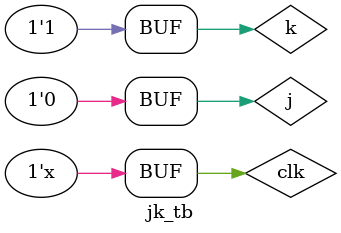
<source format=sv>
module jk(clk,j,k,q,qb);
  input clk,j,k;
  output q,qb;
  reg q,qb;
  always @(posedge clk)
      case({j,k})
        {1'b0,1'b0}: begin q=q;qb=qb; end
        {1'b0,1'b1}: begin q=0;qb=~q; end
        {1'b1,1'b0}: begin q=1;qb=~q; end
        {1'b1,1'b1}: begin q=~q;qb=~q; end
      endcase
endmodule

module jk_tb();
  reg clk,j,k;
  wire q,qb;
  jk dut(.*);
  initial clk =1'b0;
  always #5 clk=~clk;
  initial begin 
       j=1'b1;k=1'b0;
   #7  j=1'b1;k=1'b0;
   #9  j=1'b0;k=1'b1;
   #4  j=1'b0;k=1'b1;
   #2  j=1'b1;k=1'b1;
   #10 j=1'b1;k=1'b1;
   #3  j=1'b0;k=1'b1;
   #7  j=1'b0;k=1'b0;
   #9  j=1'b1;k=1'b0;
   #4  j=1'b1;k=1'b1;
   #10 j=1'b0;k=1'b1;
  end
  initial begin
    $dumpfile("dump.vcd");
    $dumpvars;
  end
endmodule

</source>
